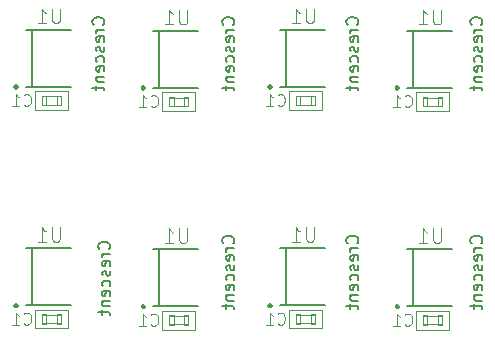
<source format=gbo>
G04 #@! TF.FileFunction,Legend,Bot*
%FSLAX46Y46*%
G04 Gerber Fmt 4.6, Leading zero omitted, Abs format (unit mm)*
G04 Created by KiCad (PCBNEW 4.0.1-stable) date 2017/12/09 22:36:48*
%MOMM*%
G01*
G04 APERTURE LIST*
%ADD10C,0.050000*%
%ADD11C,0.200000*%
%ADD12C,0.300000*%
%ADD13C,0.066040*%
%ADD14C,0.101600*%
%ADD15C,0.203200*%
%ADD16C,0.076200*%
G04 APERTURE END LIST*
D10*
D11*
X147357143Y-101571428D02*
X147404762Y-101523809D01*
X147452381Y-101380952D01*
X147452381Y-101285714D01*
X147404762Y-101142856D01*
X147309524Y-101047618D01*
X147214286Y-100999999D01*
X147023810Y-100952380D01*
X146880952Y-100952380D01*
X146690476Y-100999999D01*
X146595238Y-101047618D01*
X146500000Y-101142856D01*
X146452381Y-101285714D01*
X146452381Y-101380952D01*
X146500000Y-101523809D01*
X146547619Y-101571428D01*
X147452381Y-101999999D02*
X146785714Y-101999999D01*
X146976190Y-101999999D02*
X146880952Y-102047618D01*
X146833333Y-102095237D01*
X146785714Y-102190475D01*
X146785714Y-102285714D01*
X147404762Y-103000000D02*
X147452381Y-102904762D01*
X147452381Y-102714285D01*
X147404762Y-102619047D01*
X147309524Y-102571428D01*
X146928571Y-102571428D01*
X146833333Y-102619047D01*
X146785714Y-102714285D01*
X146785714Y-102904762D01*
X146833333Y-103000000D01*
X146928571Y-103047619D01*
X147023810Y-103047619D01*
X147119048Y-102571428D01*
X147404762Y-103428571D02*
X147452381Y-103523809D01*
X147452381Y-103714285D01*
X147404762Y-103809524D01*
X147309524Y-103857143D01*
X147261905Y-103857143D01*
X147166667Y-103809524D01*
X147119048Y-103714285D01*
X147119048Y-103571428D01*
X147071429Y-103476190D01*
X146976190Y-103428571D01*
X146928571Y-103428571D01*
X146833333Y-103476190D01*
X146785714Y-103571428D01*
X146785714Y-103714285D01*
X146833333Y-103809524D01*
X147404762Y-104714286D02*
X147452381Y-104619048D01*
X147452381Y-104428571D01*
X147404762Y-104333333D01*
X147357143Y-104285714D01*
X147261905Y-104238095D01*
X146976190Y-104238095D01*
X146880952Y-104285714D01*
X146833333Y-104333333D01*
X146785714Y-104428571D01*
X146785714Y-104619048D01*
X146833333Y-104714286D01*
X147404762Y-105523810D02*
X147452381Y-105428572D01*
X147452381Y-105238095D01*
X147404762Y-105142857D01*
X147309524Y-105095238D01*
X146928571Y-105095238D01*
X146833333Y-105142857D01*
X146785714Y-105238095D01*
X146785714Y-105428572D01*
X146833333Y-105523810D01*
X146928571Y-105571429D01*
X147023810Y-105571429D01*
X147119048Y-105095238D01*
X146785714Y-106000000D02*
X147452381Y-106000000D01*
X146880952Y-106000000D02*
X146833333Y-106047619D01*
X146785714Y-106142857D01*
X146785714Y-106285715D01*
X146833333Y-106380953D01*
X146928571Y-106428572D01*
X147452381Y-106428572D01*
X146785714Y-106761905D02*
X146785714Y-107142857D01*
X146452381Y-106904762D02*
X147309524Y-106904762D01*
X147404762Y-106952381D01*
X147452381Y-107047619D01*
X147452381Y-107142857D01*
X158357143Y-101571428D02*
X158404762Y-101523809D01*
X158452381Y-101380952D01*
X158452381Y-101285714D01*
X158404762Y-101142856D01*
X158309524Y-101047618D01*
X158214286Y-100999999D01*
X158023810Y-100952380D01*
X157880952Y-100952380D01*
X157690476Y-100999999D01*
X157595238Y-101047618D01*
X157500000Y-101142856D01*
X157452381Y-101285714D01*
X157452381Y-101380952D01*
X157500000Y-101523809D01*
X157547619Y-101571428D01*
X158452381Y-101999999D02*
X157785714Y-101999999D01*
X157976190Y-101999999D02*
X157880952Y-102047618D01*
X157833333Y-102095237D01*
X157785714Y-102190475D01*
X157785714Y-102285714D01*
X158404762Y-103000000D02*
X158452381Y-102904762D01*
X158452381Y-102714285D01*
X158404762Y-102619047D01*
X158309524Y-102571428D01*
X157928571Y-102571428D01*
X157833333Y-102619047D01*
X157785714Y-102714285D01*
X157785714Y-102904762D01*
X157833333Y-103000000D01*
X157928571Y-103047619D01*
X158023810Y-103047619D01*
X158119048Y-102571428D01*
X158404762Y-103428571D02*
X158452381Y-103523809D01*
X158452381Y-103714285D01*
X158404762Y-103809524D01*
X158309524Y-103857143D01*
X158261905Y-103857143D01*
X158166667Y-103809524D01*
X158119048Y-103714285D01*
X158119048Y-103571428D01*
X158071429Y-103476190D01*
X157976190Y-103428571D01*
X157928571Y-103428571D01*
X157833333Y-103476190D01*
X157785714Y-103571428D01*
X157785714Y-103714285D01*
X157833333Y-103809524D01*
X158404762Y-104714286D02*
X158452381Y-104619048D01*
X158452381Y-104428571D01*
X158404762Y-104333333D01*
X158357143Y-104285714D01*
X158261905Y-104238095D01*
X157976190Y-104238095D01*
X157880952Y-104285714D01*
X157833333Y-104333333D01*
X157785714Y-104428571D01*
X157785714Y-104619048D01*
X157833333Y-104714286D01*
X158404762Y-105523810D02*
X158452381Y-105428572D01*
X158452381Y-105238095D01*
X158404762Y-105142857D01*
X158309524Y-105095238D01*
X157928571Y-105095238D01*
X157833333Y-105142857D01*
X157785714Y-105238095D01*
X157785714Y-105428572D01*
X157833333Y-105523810D01*
X157928571Y-105571429D01*
X158023810Y-105571429D01*
X158119048Y-105095238D01*
X157785714Y-106000000D02*
X158452381Y-106000000D01*
X157880952Y-106000000D02*
X157833333Y-106047619D01*
X157785714Y-106142857D01*
X157785714Y-106285715D01*
X157833333Y-106380953D01*
X157928571Y-106428572D01*
X158452381Y-106428572D01*
X157785714Y-106761905D02*
X157785714Y-107142857D01*
X157452381Y-106904762D02*
X158309524Y-106904762D01*
X158404762Y-106952381D01*
X158452381Y-107047619D01*
X158452381Y-107142857D01*
X168857143Y-101571428D02*
X168904762Y-101523809D01*
X168952381Y-101380952D01*
X168952381Y-101285714D01*
X168904762Y-101142856D01*
X168809524Y-101047618D01*
X168714286Y-100999999D01*
X168523810Y-100952380D01*
X168380952Y-100952380D01*
X168190476Y-100999999D01*
X168095238Y-101047618D01*
X168000000Y-101142856D01*
X167952381Y-101285714D01*
X167952381Y-101380952D01*
X168000000Y-101523809D01*
X168047619Y-101571428D01*
X168952381Y-101999999D02*
X168285714Y-101999999D01*
X168476190Y-101999999D02*
X168380952Y-102047618D01*
X168333333Y-102095237D01*
X168285714Y-102190475D01*
X168285714Y-102285714D01*
X168904762Y-103000000D02*
X168952381Y-102904762D01*
X168952381Y-102714285D01*
X168904762Y-102619047D01*
X168809524Y-102571428D01*
X168428571Y-102571428D01*
X168333333Y-102619047D01*
X168285714Y-102714285D01*
X168285714Y-102904762D01*
X168333333Y-103000000D01*
X168428571Y-103047619D01*
X168523810Y-103047619D01*
X168619048Y-102571428D01*
X168904762Y-103428571D02*
X168952381Y-103523809D01*
X168952381Y-103714285D01*
X168904762Y-103809524D01*
X168809524Y-103857143D01*
X168761905Y-103857143D01*
X168666667Y-103809524D01*
X168619048Y-103714285D01*
X168619048Y-103571428D01*
X168571429Y-103476190D01*
X168476190Y-103428571D01*
X168428571Y-103428571D01*
X168333333Y-103476190D01*
X168285714Y-103571428D01*
X168285714Y-103714285D01*
X168333333Y-103809524D01*
X168904762Y-104714286D02*
X168952381Y-104619048D01*
X168952381Y-104428571D01*
X168904762Y-104333333D01*
X168857143Y-104285714D01*
X168761905Y-104238095D01*
X168476190Y-104238095D01*
X168380952Y-104285714D01*
X168333333Y-104333333D01*
X168285714Y-104428571D01*
X168285714Y-104619048D01*
X168333333Y-104714286D01*
X168904762Y-105523810D02*
X168952381Y-105428572D01*
X168952381Y-105238095D01*
X168904762Y-105142857D01*
X168809524Y-105095238D01*
X168428571Y-105095238D01*
X168333333Y-105142857D01*
X168285714Y-105238095D01*
X168285714Y-105428572D01*
X168333333Y-105523810D01*
X168428571Y-105571429D01*
X168523810Y-105571429D01*
X168619048Y-105095238D01*
X168285714Y-106000000D02*
X168952381Y-106000000D01*
X168380952Y-106000000D02*
X168333333Y-106047619D01*
X168285714Y-106142857D01*
X168285714Y-106285715D01*
X168333333Y-106380953D01*
X168428571Y-106428572D01*
X168952381Y-106428572D01*
X168285714Y-106761905D02*
X168285714Y-107142857D01*
X167952381Y-106904762D02*
X168809524Y-106904762D01*
X168904762Y-106952381D01*
X168952381Y-107047619D01*
X168952381Y-107142857D01*
X179357143Y-101571428D02*
X179404762Y-101523809D01*
X179452381Y-101380952D01*
X179452381Y-101285714D01*
X179404762Y-101142856D01*
X179309524Y-101047618D01*
X179214286Y-100999999D01*
X179023810Y-100952380D01*
X178880952Y-100952380D01*
X178690476Y-100999999D01*
X178595238Y-101047618D01*
X178500000Y-101142856D01*
X178452381Y-101285714D01*
X178452381Y-101380952D01*
X178500000Y-101523809D01*
X178547619Y-101571428D01*
X179452381Y-101999999D02*
X178785714Y-101999999D01*
X178976190Y-101999999D02*
X178880952Y-102047618D01*
X178833333Y-102095237D01*
X178785714Y-102190475D01*
X178785714Y-102285714D01*
X179404762Y-103000000D02*
X179452381Y-102904762D01*
X179452381Y-102714285D01*
X179404762Y-102619047D01*
X179309524Y-102571428D01*
X178928571Y-102571428D01*
X178833333Y-102619047D01*
X178785714Y-102714285D01*
X178785714Y-102904762D01*
X178833333Y-103000000D01*
X178928571Y-103047619D01*
X179023810Y-103047619D01*
X179119048Y-102571428D01*
X179404762Y-103428571D02*
X179452381Y-103523809D01*
X179452381Y-103714285D01*
X179404762Y-103809524D01*
X179309524Y-103857143D01*
X179261905Y-103857143D01*
X179166667Y-103809524D01*
X179119048Y-103714285D01*
X179119048Y-103571428D01*
X179071429Y-103476190D01*
X178976190Y-103428571D01*
X178928571Y-103428571D01*
X178833333Y-103476190D01*
X178785714Y-103571428D01*
X178785714Y-103714285D01*
X178833333Y-103809524D01*
X179404762Y-104714286D02*
X179452381Y-104619048D01*
X179452381Y-104428571D01*
X179404762Y-104333333D01*
X179357143Y-104285714D01*
X179261905Y-104238095D01*
X178976190Y-104238095D01*
X178880952Y-104285714D01*
X178833333Y-104333333D01*
X178785714Y-104428571D01*
X178785714Y-104619048D01*
X178833333Y-104714286D01*
X179404762Y-105523810D02*
X179452381Y-105428572D01*
X179452381Y-105238095D01*
X179404762Y-105142857D01*
X179309524Y-105095238D01*
X178928571Y-105095238D01*
X178833333Y-105142857D01*
X178785714Y-105238095D01*
X178785714Y-105428572D01*
X178833333Y-105523810D01*
X178928571Y-105571429D01*
X179023810Y-105571429D01*
X179119048Y-105095238D01*
X178785714Y-106000000D02*
X179452381Y-106000000D01*
X178880952Y-106000000D02*
X178833333Y-106047619D01*
X178785714Y-106142857D01*
X178785714Y-106285715D01*
X178833333Y-106380953D01*
X178928571Y-106428572D01*
X179452381Y-106428572D01*
X178785714Y-106761905D02*
X178785714Y-107142857D01*
X178452381Y-106904762D02*
X179309524Y-106904762D01*
X179404762Y-106952381D01*
X179452381Y-107047619D01*
X179452381Y-107142857D01*
X179357143Y-120071428D02*
X179404762Y-120023809D01*
X179452381Y-119880952D01*
X179452381Y-119785714D01*
X179404762Y-119642856D01*
X179309524Y-119547618D01*
X179214286Y-119499999D01*
X179023810Y-119452380D01*
X178880952Y-119452380D01*
X178690476Y-119499999D01*
X178595238Y-119547618D01*
X178500000Y-119642856D01*
X178452381Y-119785714D01*
X178452381Y-119880952D01*
X178500000Y-120023809D01*
X178547619Y-120071428D01*
X179452381Y-120499999D02*
X178785714Y-120499999D01*
X178976190Y-120499999D02*
X178880952Y-120547618D01*
X178833333Y-120595237D01*
X178785714Y-120690475D01*
X178785714Y-120785714D01*
X179404762Y-121500000D02*
X179452381Y-121404762D01*
X179452381Y-121214285D01*
X179404762Y-121119047D01*
X179309524Y-121071428D01*
X178928571Y-121071428D01*
X178833333Y-121119047D01*
X178785714Y-121214285D01*
X178785714Y-121404762D01*
X178833333Y-121500000D01*
X178928571Y-121547619D01*
X179023810Y-121547619D01*
X179119048Y-121071428D01*
X179404762Y-121928571D02*
X179452381Y-122023809D01*
X179452381Y-122214285D01*
X179404762Y-122309524D01*
X179309524Y-122357143D01*
X179261905Y-122357143D01*
X179166667Y-122309524D01*
X179119048Y-122214285D01*
X179119048Y-122071428D01*
X179071429Y-121976190D01*
X178976190Y-121928571D01*
X178928571Y-121928571D01*
X178833333Y-121976190D01*
X178785714Y-122071428D01*
X178785714Y-122214285D01*
X178833333Y-122309524D01*
X179404762Y-123214286D02*
X179452381Y-123119048D01*
X179452381Y-122928571D01*
X179404762Y-122833333D01*
X179357143Y-122785714D01*
X179261905Y-122738095D01*
X178976190Y-122738095D01*
X178880952Y-122785714D01*
X178833333Y-122833333D01*
X178785714Y-122928571D01*
X178785714Y-123119048D01*
X178833333Y-123214286D01*
X179404762Y-124023810D02*
X179452381Y-123928572D01*
X179452381Y-123738095D01*
X179404762Y-123642857D01*
X179309524Y-123595238D01*
X178928571Y-123595238D01*
X178833333Y-123642857D01*
X178785714Y-123738095D01*
X178785714Y-123928572D01*
X178833333Y-124023810D01*
X178928571Y-124071429D01*
X179023810Y-124071429D01*
X179119048Y-123595238D01*
X178785714Y-124500000D02*
X179452381Y-124500000D01*
X178880952Y-124500000D02*
X178833333Y-124547619D01*
X178785714Y-124642857D01*
X178785714Y-124785715D01*
X178833333Y-124880953D01*
X178928571Y-124928572D01*
X179452381Y-124928572D01*
X178785714Y-125261905D02*
X178785714Y-125642857D01*
X178452381Y-125404762D02*
X179309524Y-125404762D01*
X179404762Y-125452381D01*
X179452381Y-125547619D01*
X179452381Y-125642857D01*
X168857143Y-120071428D02*
X168904762Y-120023809D01*
X168952381Y-119880952D01*
X168952381Y-119785714D01*
X168904762Y-119642856D01*
X168809524Y-119547618D01*
X168714286Y-119499999D01*
X168523810Y-119452380D01*
X168380952Y-119452380D01*
X168190476Y-119499999D01*
X168095238Y-119547618D01*
X168000000Y-119642856D01*
X167952381Y-119785714D01*
X167952381Y-119880952D01*
X168000000Y-120023809D01*
X168047619Y-120071428D01*
X168952381Y-120499999D02*
X168285714Y-120499999D01*
X168476190Y-120499999D02*
X168380952Y-120547618D01*
X168333333Y-120595237D01*
X168285714Y-120690475D01*
X168285714Y-120785714D01*
X168904762Y-121500000D02*
X168952381Y-121404762D01*
X168952381Y-121214285D01*
X168904762Y-121119047D01*
X168809524Y-121071428D01*
X168428571Y-121071428D01*
X168333333Y-121119047D01*
X168285714Y-121214285D01*
X168285714Y-121404762D01*
X168333333Y-121500000D01*
X168428571Y-121547619D01*
X168523810Y-121547619D01*
X168619048Y-121071428D01*
X168904762Y-121928571D02*
X168952381Y-122023809D01*
X168952381Y-122214285D01*
X168904762Y-122309524D01*
X168809524Y-122357143D01*
X168761905Y-122357143D01*
X168666667Y-122309524D01*
X168619048Y-122214285D01*
X168619048Y-122071428D01*
X168571429Y-121976190D01*
X168476190Y-121928571D01*
X168428571Y-121928571D01*
X168333333Y-121976190D01*
X168285714Y-122071428D01*
X168285714Y-122214285D01*
X168333333Y-122309524D01*
X168904762Y-123214286D02*
X168952381Y-123119048D01*
X168952381Y-122928571D01*
X168904762Y-122833333D01*
X168857143Y-122785714D01*
X168761905Y-122738095D01*
X168476190Y-122738095D01*
X168380952Y-122785714D01*
X168333333Y-122833333D01*
X168285714Y-122928571D01*
X168285714Y-123119048D01*
X168333333Y-123214286D01*
X168904762Y-124023810D02*
X168952381Y-123928572D01*
X168952381Y-123738095D01*
X168904762Y-123642857D01*
X168809524Y-123595238D01*
X168428571Y-123595238D01*
X168333333Y-123642857D01*
X168285714Y-123738095D01*
X168285714Y-123928572D01*
X168333333Y-124023810D01*
X168428571Y-124071429D01*
X168523810Y-124071429D01*
X168619048Y-123595238D01*
X168285714Y-124500000D02*
X168952381Y-124500000D01*
X168380952Y-124500000D02*
X168333333Y-124547619D01*
X168285714Y-124642857D01*
X168285714Y-124785715D01*
X168333333Y-124880953D01*
X168428571Y-124928572D01*
X168952381Y-124928572D01*
X168285714Y-125261905D02*
X168285714Y-125642857D01*
X167952381Y-125404762D02*
X168809524Y-125404762D01*
X168904762Y-125452381D01*
X168952381Y-125547619D01*
X168952381Y-125642857D01*
X158357143Y-120071428D02*
X158404762Y-120023809D01*
X158452381Y-119880952D01*
X158452381Y-119785714D01*
X158404762Y-119642856D01*
X158309524Y-119547618D01*
X158214286Y-119499999D01*
X158023810Y-119452380D01*
X157880952Y-119452380D01*
X157690476Y-119499999D01*
X157595238Y-119547618D01*
X157500000Y-119642856D01*
X157452381Y-119785714D01*
X157452381Y-119880952D01*
X157500000Y-120023809D01*
X157547619Y-120071428D01*
X158452381Y-120499999D02*
X157785714Y-120499999D01*
X157976190Y-120499999D02*
X157880952Y-120547618D01*
X157833333Y-120595237D01*
X157785714Y-120690475D01*
X157785714Y-120785714D01*
X158404762Y-121500000D02*
X158452381Y-121404762D01*
X158452381Y-121214285D01*
X158404762Y-121119047D01*
X158309524Y-121071428D01*
X157928571Y-121071428D01*
X157833333Y-121119047D01*
X157785714Y-121214285D01*
X157785714Y-121404762D01*
X157833333Y-121500000D01*
X157928571Y-121547619D01*
X158023810Y-121547619D01*
X158119048Y-121071428D01*
X158404762Y-121928571D02*
X158452381Y-122023809D01*
X158452381Y-122214285D01*
X158404762Y-122309524D01*
X158309524Y-122357143D01*
X158261905Y-122357143D01*
X158166667Y-122309524D01*
X158119048Y-122214285D01*
X158119048Y-122071428D01*
X158071429Y-121976190D01*
X157976190Y-121928571D01*
X157928571Y-121928571D01*
X157833333Y-121976190D01*
X157785714Y-122071428D01*
X157785714Y-122214285D01*
X157833333Y-122309524D01*
X158404762Y-123214286D02*
X158452381Y-123119048D01*
X158452381Y-122928571D01*
X158404762Y-122833333D01*
X158357143Y-122785714D01*
X158261905Y-122738095D01*
X157976190Y-122738095D01*
X157880952Y-122785714D01*
X157833333Y-122833333D01*
X157785714Y-122928571D01*
X157785714Y-123119048D01*
X157833333Y-123214286D01*
X158404762Y-124023810D02*
X158452381Y-123928572D01*
X158452381Y-123738095D01*
X158404762Y-123642857D01*
X158309524Y-123595238D01*
X157928571Y-123595238D01*
X157833333Y-123642857D01*
X157785714Y-123738095D01*
X157785714Y-123928572D01*
X157833333Y-124023810D01*
X157928571Y-124071429D01*
X158023810Y-124071429D01*
X158119048Y-123595238D01*
X157785714Y-124500000D02*
X158452381Y-124500000D01*
X157880952Y-124500000D02*
X157833333Y-124547619D01*
X157785714Y-124642857D01*
X157785714Y-124785715D01*
X157833333Y-124880953D01*
X157928571Y-124928572D01*
X158452381Y-124928572D01*
X157785714Y-125261905D02*
X157785714Y-125642857D01*
X157452381Y-125404762D02*
X158309524Y-125404762D01*
X158404762Y-125452381D01*
X158452381Y-125547619D01*
X158452381Y-125642857D01*
X147857143Y-120571428D02*
X147904762Y-120523809D01*
X147952381Y-120380952D01*
X147952381Y-120285714D01*
X147904762Y-120142856D01*
X147809524Y-120047618D01*
X147714286Y-119999999D01*
X147523810Y-119952380D01*
X147380952Y-119952380D01*
X147190476Y-119999999D01*
X147095238Y-120047618D01*
X147000000Y-120142856D01*
X146952381Y-120285714D01*
X146952381Y-120380952D01*
X147000000Y-120523809D01*
X147047619Y-120571428D01*
X147952381Y-120999999D02*
X147285714Y-120999999D01*
X147476190Y-120999999D02*
X147380952Y-121047618D01*
X147333333Y-121095237D01*
X147285714Y-121190475D01*
X147285714Y-121285714D01*
X147904762Y-122000000D02*
X147952381Y-121904762D01*
X147952381Y-121714285D01*
X147904762Y-121619047D01*
X147809524Y-121571428D01*
X147428571Y-121571428D01*
X147333333Y-121619047D01*
X147285714Y-121714285D01*
X147285714Y-121904762D01*
X147333333Y-122000000D01*
X147428571Y-122047619D01*
X147523810Y-122047619D01*
X147619048Y-121571428D01*
X147904762Y-122428571D02*
X147952381Y-122523809D01*
X147952381Y-122714285D01*
X147904762Y-122809524D01*
X147809524Y-122857143D01*
X147761905Y-122857143D01*
X147666667Y-122809524D01*
X147619048Y-122714285D01*
X147619048Y-122571428D01*
X147571429Y-122476190D01*
X147476190Y-122428571D01*
X147428571Y-122428571D01*
X147333333Y-122476190D01*
X147285714Y-122571428D01*
X147285714Y-122714285D01*
X147333333Y-122809524D01*
X147904762Y-123714286D02*
X147952381Y-123619048D01*
X147952381Y-123428571D01*
X147904762Y-123333333D01*
X147857143Y-123285714D01*
X147761905Y-123238095D01*
X147476190Y-123238095D01*
X147380952Y-123285714D01*
X147333333Y-123333333D01*
X147285714Y-123428571D01*
X147285714Y-123619048D01*
X147333333Y-123714286D01*
X147904762Y-124523810D02*
X147952381Y-124428572D01*
X147952381Y-124238095D01*
X147904762Y-124142857D01*
X147809524Y-124095238D01*
X147428571Y-124095238D01*
X147333333Y-124142857D01*
X147285714Y-124238095D01*
X147285714Y-124428572D01*
X147333333Y-124523810D01*
X147428571Y-124571429D01*
X147523810Y-124571429D01*
X147619048Y-124095238D01*
X147285714Y-125000000D02*
X147952381Y-125000000D01*
X147380952Y-125000000D02*
X147333333Y-125047619D01*
X147285714Y-125142857D01*
X147285714Y-125285715D01*
X147333333Y-125380953D01*
X147428571Y-125428572D01*
X147952381Y-125428572D01*
X147285714Y-125761905D02*
X147285714Y-126142857D01*
X146952381Y-125904762D02*
X147809524Y-125904762D01*
X147904762Y-125952381D01*
X147952381Y-126047619D01*
X147952381Y-126142857D01*
D12*
X140000000Y-106785714D02*
X140071428Y-106857143D01*
X140000000Y-106928571D01*
X139928571Y-106857143D01*
X140000000Y-106785714D01*
X140000000Y-106928571D01*
X150768000Y-106875714D02*
X150839428Y-106947143D01*
X150768000Y-107018571D01*
X150696571Y-106947143D01*
X150768000Y-106875714D01*
X150768000Y-107018571D01*
X161500000Y-106785714D02*
X161571428Y-106857143D01*
X161500000Y-106928571D01*
X161428571Y-106857143D01*
X161500000Y-106785714D01*
X161500000Y-106928571D01*
X172268000Y-106875714D02*
X172339428Y-106947143D01*
X172268000Y-107018571D01*
X172196571Y-106947143D01*
X172268000Y-106875714D01*
X172268000Y-107018571D01*
X140000000Y-125285714D02*
X140071428Y-125357143D01*
X140000000Y-125428571D01*
X139928571Y-125357143D01*
X140000000Y-125285714D01*
X140000000Y-125428571D01*
X150768000Y-125375714D02*
X150839428Y-125447143D01*
X150768000Y-125518571D01*
X150696571Y-125447143D01*
X150768000Y-125375714D01*
X150768000Y-125518571D01*
X161500000Y-125285714D02*
X161571428Y-125357143D01*
X161500000Y-125428571D01*
X161428571Y-125357143D01*
X161500000Y-125285714D01*
X161500000Y-125428571D01*
X172268000Y-125375714D02*
X172339428Y-125447143D01*
X172268000Y-125518571D01*
X172196571Y-125447143D01*
X172268000Y-125375714D01*
X172268000Y-125518571D01*
D13*
X143797560Y-108398780D02*
X143449580Y-108398780D01*
X143449580Y-108398780D02*
X143449580Y-107601220D01*
X143797560Y-107601220D02*
X143449580Y-107601220D01*
X143797560Y-108398780D02*
X143797560Y-107601220D01*
X142550420Y-108398780D02*
X142202440Y-108398780D01*
X142202440Y-108398780D02*
X142202440Y-107601220D01*
X142550420Y-107601220D02*
X142202440Y-107601220D01*
X142550420Y-108398780D02*
X142550420Y-107601220D01*
X144399540Y-108797560D02*
X141600460Y-108797560D01*
X141600460Y-108797560D02*
X141600460Y-107202440D01*
X144399540Y-107202440D02*
X141600460Y-107202440D01*
X144399540Y-108797560D02*
X144399540Y-107202440D01*
D14*
X143723900Y-107652020D02*
X142276100Y-107652020D01*
X142276100Y-108347980D02*
X143723900Y-108347980D01*
D15*
X144640000Y-102010000D02*
X141340000Y-102010000D01*
X141340000Y-102010000D02*
X140840000Y-102010000D01*
X140840000Y-106810000D02*
X141340000Y-106810000D01*
X141340000Y-106810000D02*
X144640000Y-106810000D01*
X141340000Y-102010000D02*
X141340000Y-106810000D01*
D13*
X154565560Y-108488780D02*
X154217580Y-108488780D01*
X154217580Y-108488780D02*
X154217580Y-107691220D01*
X154565560Y-107691220D02*
X154217580Y-107691220D01*
X154565560Y-108488780D02*
X154565560Y-107691220D01*
X153318420Y-108488780D02*
X152970440Y-108488780D01*
X152970440Y-108488780D02*
X152970440Y-107691220D01*
X153318420Y-107691220D02*
X152970440Y-107691220D01*
X153318420Y-108488780D02*
X153318420Y-107691220D01*
X155167540Y-108887560D02*
X152368460Y-108887560D01*
X152368460Y-108887560D02*
X152368460Y-107292440D01*
X155167540Y-107292440D02*
X152368460Y-107292440D01*
X155167540Y-108887560D02*
X155167540Y-107292440D01*
D14*
X154491900Y-107742020D02*
X153044100Y-107742020D01*
X153044100Y-108437980D02*
X154491900Y-108437980D01*
D15*
X155408000Y-102100000D02*
X152108000Y-102100000D01*
X152108000Y-102100000D02*
X151608000Y-102100000D01*
X151608000Y-106900000D02*
X152108000Y-106900000D01*
X152108000Y-106900000D02*
X155408000Y-106900000D01*
X152108000Y-102100000D02*
X152108000Y-106900000D01*
D13*
X165297560Y-108398780D02*
X164949580Y-108398780D01*
X164949580Y-108398780D02*
X164949580Y-107601220D01*
X165297560Y-107601220D02*
X164949580Y-107601220D01*
X165297560Y-108398780D02*
X165297560Y-107601220D01*
X164050420Y-108398780D02*
X163702440Y-108398780D01*
X163702440Y-108398780D02*
X163702440Y-107601220D01*
X164050420Y-107601220D02*
X163702440Y-107601220D01*
X164050420Y-108398780D02*
X164050420Y-107601220D01*
X165899540Y-108797560D02*
X163100460Y-108797560D01*
X163100460Y-108797560D02*
X163100460Y-107202440D01*
X165899540Y-107202440D02*
X163100460Y-107202440D01*
X165899540Y-108797560D02*
X165899540Y-107202440D01*
D14*
X165223900Y-107652020D02*
X163776100Y-107652020D01*
X163776100Y-108347980D02*
X165223900Y-108347980D01*
D15*
X166140000Y-102010000D02*
X162840000Y-102010000D01*
X162840000Y-102010000D02*
X162340000Y-102010000D01*
X162340000Y-106810000D02*
X162840000Y-106810000D01*
X162840000Y-106810000D02*
X166140000Y-106810000D01*
X162840000Y-102010000D02*
X162840000Y-106810000D01*
D13*
X176065560Y-108488780D02*
X175717580Y-108488780D01*
X175717580Y-108488780D02*
X175717580Y-107691220D01*
X176065560Y-107691220D02*
X175717580Y-107691220D01*
X176065560Y-108488780D02*
X176065560Y-107691220D01*
X174818420Y-108488780D02*
X174470440Y-108488780D01*
X174470440Y-108488780D02*
X174470440Y-107691220D01*
X174818420Y-107691220D02*
X174470440Y-107691220D01*
X174818420Y-108488780D02*
X174818420Y-107691220D01*
X176667540Y-108887560D02*
X173868460Y-108887560D01*
X173868460Y-108887560D02*
X173868460Y-107292440D01*
X176667540Y-107292440D02*
X173868460Y-107292440D01*
X176667540Y-108887560D02*
X176667540Y-107292440D01*
D14*
X175991900Y-107742020D02*
X174544100Y-107742020D01*
X174544100Y-108437980D02*
X175991900Y-108437980D01*
D15*
X176908000Y-102100000D02*
X173608000Y-102100000D01*
X173608000Y-102100000D02*
X173108000Y-102100000D01*
X173108000Y-106900000D02*
X173608000Y-106900000D01*
X173608000Y-106900000D02*
X176908000Y-106900000D01*
X173608000Y-102100000D02*
X173608000Y-106900000D01*
D13*
X143797560Y-126898780D02*
X143449580Y-126898780D01*
X143449580Y-126898780D02*
X143449580Y-126101220D01*
X143797560Y-126101220D02*
X143449580Y-126101220D01*
X143797560Y-126898780D02*
X143797560Y-126101220D01*
X142550420Y-126898780D02*
X142202440Y-126898780D01*
X142202440Y-126898780D02*
X142202440Y-126101220D01*
X142550420Y-126101220D02*
X142202440Y-126101220D01*
X142550420Y-126898780D02*
X142550420Y-126101220D01*
X144399540Y-127297560D02*
X141600460Y-127297560D01*
X141600460Y-127297560D02*
X141600460Y-125702440D01*
X144399540Y-125702440D02*
X141600460Y-125702440D01*
X144399540Y-127297560D02*
X144399540Y-125702440D01*
D14*
X143723900Y-126152020D02*
X142276100Y-126152020D01*
X142276100Y-126847980D02*
X143723900Y-126847980D01*
D15*
X144640000Y-120510000D02*
X141340000Y-120510000D01*
X141340000Y-120510000D02*
X140840000Y-120510000D01*
X140840000Y-125310000D02*
X141340000Y-125310000D01*
X141340000Y-125310000D02*
X144640000Y-125310000D01*
X141340000Y-120510000D02*
X141340000Y-125310000D01*
D13*
X154565560Y-126988780D02*
X154217580Y-126988780D01*
X154217580Y-126988780D02*
X154217580Y-126191220D01*
X154565560Y-126191220D02*
X154217580Y-126191220D01*
X154565560Y-126988780D02*
X154565560Y-126191220D01*
X153318420Y-126988780D02*
X152970440Y-126988780D01*
X152970440Y-126988780D02*
X152970440Y-126191220D01*
X153318420Y-126191220D02*
X152970440Y-126191220D01*
X153318420Y-126988780D02*
X153318420Y-126191220D01*
X155167540Y-127387560D02*
X152368460Y-127387560D01*
X152368460Y-127387560D02*
X152368460Y-125792440D01*
X155167540Y-125792440D02*
X152368460Y-125792440D01*
X155167540Y-127387560D02*
X155167540Y-125792440D01*
D14*
X154491900Y-126242020D02*
X153044100Y-126242020D01*
X153044100Y-126937980D02*
X154491900Y-126937980D01*
D15*
X155408000Y-120600000D02*
X152108000Y-120600000D01*
X152108000Y-120600000D02*
X151608000Y-120600000D01*
X151608000Y-125400000D02*
X152108000Y-125400000D01*
X152108000Y-125400000D02*
X155408000Y-125400000D01*
X152108000Y-120600000D02*
X152108000Y-125400000D01*
D13*
X165297560Y-126898780D02*
X164949580Y-126898780D01*
X164949580Y-126898780D02*
X164949580Y-126101220D01*
X165297560Y-126101220D02*
X164949580Y-126101220D01*
X165297560Y-126898780D02*
X165297560Y-126101220D01*
X164050420Y-126898780D02*
X163702440Y-126898780D01*
X163702440Y-126898780D02*
X163702440Y-126101220D01*
X164050420Y-126101220D02*
X163702440Y-126101220D01*
X164050420Y-126898780D02*
X164050420Y-126101220D01*
X165899540Y-127297560D02*
X163100460Y-127297560D01*
X163100460Y-127297560D02*
X163100460Y-125702440D01*
X165899540Y-125702440D02*
X163100460Y-125702440D01*
X165899540Y-127297560D02*
X165899540Y-125702440D01*
D14*
X165223900Y-126152020D02*
X163776100Y-126152020D01*
X163776100Y-126847980D02*
X165223900Y-126847980D01*
D15*
X166140000Y-120510000D02*
X162840000Y-120510000D01*
X162840000Y-120510000D02*
X162340000Y-120510000D01*
X162340000Y-125310000D02*
X162840000Y-125310000D01*
X162840000Y-125310000D02*
X166140000Y-125310000D01*
X162840000Y-120510000D02*
X162840000Y-125310000D01*
D13*
X176065560Y-126988780D02*
X175717580Y-126988780D01*
X175717580Y-126988780D02*
X175717580Y-126191220D01*
X176065560Y-126191220D02*
X175717580Y-126191220D01*
X176065560Y-126988780D02*
X176065560Y-126191220D01*
X174818420Y-126988780D02*
X174470440Y-126988780D01*
X174470440Y-126988780D02*
X174470440Y-126191220D01*
X174818420Y-126191220D02*
X174470440Y-126191220D01*
X174818420Y-126988780D02*
X174818420Y-126191220D01*
X176667540Y-127387560D02*
X173868460Y-127387560D01*
X173868460Y-127387560D02*
X173868460Y-125792440D01*
X176667540Y-125792440D02*
X173868460Y-125792440D01*
X176667540Y-127387560D02*
X176667540Y-125792440D01*
D14*
X175991900Y-126242020D02*
X174544100Y-126242020D01*
X174544100Y-126937980D02*
X175991900Y-126937980D01*
D15*
X176908000Y-120600000D02*
X173608000Y-120600000D01*
X173608000Y-120600000D02*
X173108000Y-120600000D01*
X173108000Y-125400000D02*
X173608000Y-125400000D01*
X173608000Y-125400000D02*
X176908000Y-125400000D01*
X173608000Y-120600000D02*
X173608000Y-125400000D01*
D16*
X140629333Y-108362857D02*
X140677714Y-108411238D01*
X140822857Y-108459619D01*
X140919619Y-108459619D01*
X141064761Y-108411238D01*
X141161523Y-108314476D01*
X141209904Y-108217714D01*
X141258285Y-108024190D01*
X141258285Y-107879048D01*
X141209904Y-107685524D01*
X141161523Y-107588762D01*
X141064761Y-107492000D01*
X140919619Y-107443619D01*
X140822857Y-107443619D01*
X140677714Y-107492000D01*
X140629333Y-107540381D01*
X139661714Y-108459619D02*
X140242285Y-108459619D01*
X139951999Y-108459619D02*
X139951999Y-107443619D01*
X140048761Y-107588762D01*
X140145523Y-107685524D01*
X140242285Y-107733905D01*
D14*
X143712738Y-100236048D02*
X143712738Y-101212738D01*
X143655286Y-101327643D01*
X143597833Y-101385095D01*
X143482929Y-101442548D01*
X143253119Y-101442548D01*
X143138214Y-101385095D01*
X143080762Y-101327643D01*
X143023310Y-101212738D01*
X143023310Y-100236048D01*
X141816810Y-101442548D02*
X142506238Y-101442548D01*
X142161524Y-101442548D02*
X142161524Y-100236048D01*
X142276429Y-100408405D01*
X142391334Y-100523310D01*
X142506238Y-100580762D01*
D16*
X151397333Y-108452857D02*
X151445714Y-108501238D01*
X151590857Y-108549619D01*
X151687619Y-108549619D01*
X151832761Y-108501238D01*
X151929523Y-108404476D01*
X151977904Y-108307714D01*
X152026285Y-108114190D01*
X152026285Y-107969048D01*
X151977904Y-107775524D01*
X151929523Y-107678762D01*
X151832761Y-107582000D01*
X151687619Y-107533619D01*
X151590857Y-107533619D01*
X151445714Y-107582000D01*
X151397333Y-107630381D01*
X150429714Y-108549619D02*
X151010285Y-108549619D01*
X150719999Y-108549619D02*
X150719999Y-107533619D01*
X150816761Y-107678762D01*
X150913523Y-107775524D01*
X151010285Y-107823905D01*
D14*
X154480738Y-100326048D02*
X154480738Y-101302738D01*
X154423286Y-101417643D01*
X154365833Y-101475095D01*
X154250929Y-101532548D01*
X154021119Y-101532548D01*
X153906214Y-101475095D01*
X153848762Y-101417643D01*
X153791310Y-101302738D01*
X153791310Y-100326048D01*
X152584810Y-101532548D02*
X153274238Y-101532548D01*
X152929524Y-101532548D02*
X152929524Y-100326048D01*
X153044429Y-100498405D01*
X153159334Y-100613310D01*
X153274238Y-100670762D01*
D16*
X162129333Y-108362857D02*
X162177714Y-108411238D01*
X162322857Y-108459619D01*
X162419619Y-108459619D01*
X162564761Y-108411238D01*
X162661523Y-108314476D01*
X162709904Y-108217714D01*
X162758285Y-108024190D01*
X162758285Y-107879048D01*
X162709904Y-107685524D01*
X162661523Y-107588762D01*
X162564761Y-107492000D01*
X162419619Y-107443619D01*
X162322857Y-107443619D01*
X162177714Y-107492000D01*
X162129333Y-107540381D01*
X161161714Y-108459619D02*
X161742285Y-108459619D01*
X161451999Y-108459619D02*
X161451999Y-107443619D01*
X161548761Y-107588762D01*
X161645523Y-107685524D01*
X161742285Y-107733905D01*
D14*
X165212738Y-100236048D02*
X165212738Y-101212738D01*
X165155286Y-101327643D01*
X165097833Y-101385095D01*
X164982929Y-101442548D01*
X164753119Y-101442548D01*
X164638214Y-101385095D01*
X164580762Y-101327643D01*
X164523310Y-101212738D01*
X164523310Y-100236048D01*
X163316810Y-101442548D02*
X164006238Y-101442548D01*
X163661524Y-101442548D02*
X163661524Y-100236048D01*
X163776429Y-100408405D01*
X163891334Y-100523310D01*
X164006238Y-100580762D01*
D16*
X172897333Y-108452857D02*
X172945714Y-108501238D01*
X173090857Y-108549619D01*
X173187619Y-108549619D01*
X173332761Y-108501238D01*
X173429523Y-108404476D01*
X173477904Y-108307714D01*
X173526285Y-108114190D01*
X173526285Y-107969048D01*
X173477904Y-107775524D01*
X173429523Y-107678762D01*
X173332761Y-107582000D01*
X173187619Y-107533619D01*
X173090857Y-107533619D01*
X172945714Y-107582000D01*
X172897333Y-107630381D01*
X171929714Y-108549619D02*
X172510285Y-108549619D01*
X172219999Y-108549619D02*
X172219999Y-107533619D01*
X172316761Y-107678762D01*
X172413523Y-107775524D01*
X172510285Y-107823905D01*
D14*
X175980738Y-100326048D02*
X175980738Y-101302738D01*
X175923286Y-101417643D01*
X175865833Y-101475095D01*
X175750929Y-101532548D01*
X175521119Y-101532548D01*
X175406214Y-101475095D01*
X175348762Y-101417643D01*
X175291310Y-101302738D01*
X175291310Y-100326048D01*
X174084810Y-101532548D02*
X174774238Y-101532548D01*
X174429524Y-101532548D02*
X174429524Y-100326048D01*
X174544429Y-100498405D01*
X174659334Y-100613310D01*
X174774238Y-100670762D01*
D16*
X140629333Y-126862857D02*
X140677714Y-126911238D01*
X140822857Y-126959619D01*
X140919619Y-126959619D01*
X141064761Y-126911238D01*
X141161523Y-126814476D01*
X141209904Y-126717714D01*
X141258285Y-126524190D01*
X141258285Y-126379048D01*
X141209904Y-126185524D01*
X141161523Y-126088762D01*
X141064761Y-125992000D01*
X140919619Y-125943619D01*
X140822857Y-125943619D01*
X140677714Y-125992000D01*
X140629333Y-126040381D01*
X139661714Y-126959619D02*
X140242285Y-126959619D01*
X139951999Y-126959619D02*
X139951999Y-125943619D01*
X140048761Y-126088762D01*
X140145523Y-126185524D01*
X140242285Y-126233905D01*
D14*
X143712738Y-118736048D02*
X143712738Y-119712738D01*
X143655286Y-119827643D01*
X143597833Y-119885095D01*
X143482929Y-119942548D01*
X143253119Y-119942548D01*
X143138214Y-119885095D01*
X143080762Y-119827643D01*
X143023310Y-119712738D01*
X143023310Y-118736048D01*
X141816810Y-119942548D02*
X142506238Y-119942548D01*
X142161524Y-119942548D02*
X142161524Y-118736048D01*
X142276429Y-118908405D01*
X142391334Y-119023310D01*
X142506238Y-119080762D01*
D16*
X151397333Y-126952857D02*
X151445714Y-127001238D01*
X151590857Y-127049619D01*
X151687619Y-127049619D01*
X151832761Y-127001238D01*
X151929523Y-126904476D01*
X151977904Y-126807714D01*
X152026285Y-126614190D01*
X152026285Y-126469048D01*
X151977904Y-126275524D01*
X151929523Y-126178762D01*
X151832761Y-126082000D01*
X151687619Y-126033619D01*
X151590857Y-126033619D01*
X151445714Y-126082000D01*
X151397333Y-126130381D01*
X150429714Y-127049619D02*
X151010285Y-127049619D01*
X150719999Y-127049619D02*
X150719999Y-126033619D01*
X150816761Y-126178762D01*
X150913523Y-126275524D01*
X151010285Y-126323905D01*
D14*
X154480738Y-118826048D02*
X154480738Y-119802738D01*
X154423286Y-119917643D01*
X154365833Y-119975095D01*
X154250929Y-120032548D01*
X154021119Y-120032548D01*
X153906214Y-119975095D01*
X153848762Y-119917643D01*
X153791310Y-119802738D01*
X153791310Y-118826048D01*
X152584810Y-120032548D02*
X153274238Y-120032548D01*
X152929524Y-120032548D02*
X152929524Y-118826048D01*
X153044429Y-118998405D01*
X153159334Y-119113310D01*
X153274238Y-119170762D01*
D16*
X162129333Y-126862857D02*
X162177714Y-126911238D01*
X162322857Y-126959619D01*
X162419619Y-126959619D01*
X162564761Y-126911238D01*
X162661523Y-126814476D01*
X162709904Y-126717714D01*
X162758285Y-126524190D01*
X162758285Y-126379048D01*
X162709904Y-126185524D01*
X162661523Y-126088762D01*
X162564761Y-125992000D01*
X162419619Y-125943619D01*
X162322857Y-125943619D01*
X162177714Y-125992000D01*
X162129333Y-126040381D01*
X161161714Y-126959619D02*
X161742285Y-126959619D01*
X161451999Y-126959619D02*
X161451999Y-125943619D01*
X161548761Y-126088762D01*
X161645523Y-126185524D01*
X161742285Y-126233905D01*
D14*
X165212738Y-118736048D02*
X165212738Y-119712738D01*
X165155286Y-119827643D01*
X165097833Y-119885095D01*
X164982929Y-119942548D01*
X164753119Y-119942548D01*
X164638214Y-119885095D01*
X164580762Y-119827643D01*
X164523310Y-119712738D01*
X164523310Y-118736048D01*
X163316810Y-119942548D02*
X164006238Y-119942548D01*
X163661524Y-119942548D02*
X163661524Y-118736048D01*
X163776429Y-118908405D01*
X163891334Y-119023310D01*
X164006238Y-119080762D01*
D16*
X172897333Y-126952857D02*
X172945714Y-127001238D01*
X173090857Y-127049619D01*
X173187619Y-127049619D01*
X173332761Y-127001238D01*
X173429523Y-126904476D01*
X173477904Y-126807714D01*
X173526285Y-126614190D01*
X173526285Y-126469048D01*
X173477904Y-126275524D01*
X173429523Y-126178762D01*
X173332761Y-126082000D01*
X173187619Y-126033619D01*
X173090857Y-126033619D01*
X172945714Y-126082000D01*
X172897333Y-126130381D01*
X171929714Y-127049619D02*
X172510285Y-127049619D01*
X172219999Y-127049619D02*
X172219999Y-126033619D01*
X172316761Y-126178762D01*
X172413523Y-126275524D01*
X172510285Y-126323905D01*
D14*
X175980738Y-118826048D02*
X175980738Y-119802738D01*
X175923286Y-119917643D01*
X175865833Y-119975095D01*
X175750929Y-120032548D01*
X175521119Y-120032548D01*
X175406214Y-119975095D01*
X175348762Y-119917643D01*
X175291310Y-119802738D01*
X175291310Y-118826048D01*
X174084810Y-120032548D02*
X174774238Y-120032548D01*
X174429524Y-120032548D02*
X174429524Y-118826048D01*
X174544429Y-118998405D01*
X174659334Y-119113310D01*
X174774238Y-119170762D01*
M02*

</source>
